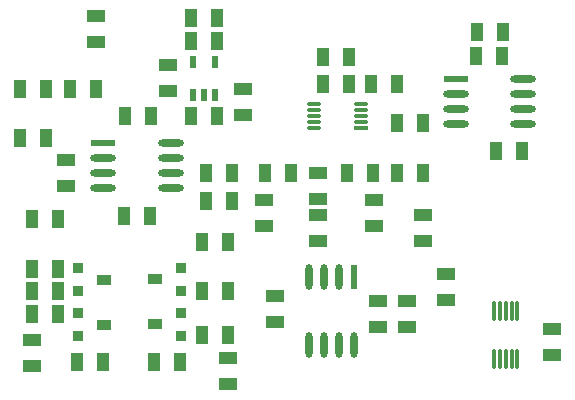
<source format=gbr>
G04 Layer_Color=8421504*
%FSLAX43Y43*%
%MOMM*%
%TF.FileFunction,Paste,Top*%
%TF.Part,Single*%
G01*
G75*
%TA.AperFunction,SMDPad,CuDef*%
%ADD10R,1.100X1.500*%
%ADD11R,1.500X1.100*%
%ADD12O,2.150X0.600*%
%ADD13R,2.150X0.600*%
%ADD14O,0.600X2.150*%
%ADD15R,0.600X2.150*%
%ADD16R,0.600X1.100*%
%ADD17R,0.900X0.900*%
%ADD18R,1.250X0.900*%
%ADD19O,1.300X0.300*%
%ADD20R,1.300X0.300*%
%ADD21O,0.300X1.700*%
D10*
X43518Y27178D02*
D03*
X41318D02*
D03*
X12616Y15748D02*
D03*
X14816D02*
D03*
X29548Y17272D02*
D03*
X27348D02*
D03*
X41486Y19685D02*
D03*
X39286D02*
D03*
X34501D02*
D03*
X32301D02*
D03*
X37254Y27178D02*
D03*
X39454D02*
D03*
X37254Y29464D02*
D03*
X39454D02*
D03*
X51901Y21579D02*
D03*
X54101D02*
D03*
X52408Y29591D02*
D03*
X50208D02*
D03*
X50251Y31623D02*
D03*
X52451D02*
D03*
X26078Y24511D02*
D03*
X28278D02*
D03*
Y30861D02*
D03*
X26078D02*
D03*
Y32766D02*
D03*
X28278D02*
D03*
X14816Y7747D02*
D03*
X12616D02*
D03*
X14816Y11557D02*
D03*
X12616D02*
D03*
X29167Y5969D02*
D03*
X26967D02*
D03*
X16426Y3683D02*
D03*
X18626D02*
D03*
X25103D02*
D03*
X22903D02*
D03*
X14816Y9652D02*
D03*
X12616D02*
D03*
X22563Y16002D02*
D03*
X20363D02*
D03*
X26967Y13843D02*
D03*
X29167D02*
D03*
X11600Y26797D02*
D03*
X13800D02*
D03*
X17991D02*
D03*
X15791D02*
D03*
X13800Y22606D02*
D03*
X11600D02*
D03*
X29167Y9652D02*
D03*
X26967D02*
D03*
X29548Y19685D02*
D03*
X27348D02*
D03*
X20490Y24511D02*
D03*
X22690D02*
D03*
X43477Y19685D02*
D03*
X45677D02*
D03*
Y23876D02*
D03*
X43477D02*
D03*
D11*
X47625Y8933D02*
D03*
Y11133D02*
D03*
X15494Y20819D02*
D03*
Y18619D02*
D03*
X32258Y17399D02*
D03*
Y15199D02*
D03*
X41529Y15156D02*
D03*
Y17356D02*
D03*
X36830Y16086D02*
D03*
Y13886D02*
D03*
Y19642D02*
D03*
Y17442D02*
D03*
X45720Y16086D02*
D03*
Y13886D02*
D03*
X33147Y9228D02*
D03*
Y7028D02*
D03*
X30480Y24554D02*
D03*
Y26754D02*
D03*
X24130Y26586D02*
D03*
Y28786D02*
D03*
X18034Y32977D02*
D03*
Y30777D02*
D03*
X12573Y5545D02*
D03*
Y3345D02*
D03*
X29210Y4021D02*
D03*
Y1821D02*
D03*
X56642Y6434D02*
D03*
Y4234D02*
D03*
X44323Y6647D02*
D03*
Y8847D02*
D03*
X41910D02*
D03*
Y6647D02*
D03*
D12*
X24328Y20950D02*
D03*
X18613Y19680D02*
D03*
Y18410D02*
D03*
X24328D02*
D03*
Y22220D02*
D03*
X18613Y20950D02*
D03*
X24328Y19680D02*
D03*
X54173Y26411D02*
D03*
X48458Y25141D02*
D03*
Y23871D02*
D03*
X54173D02*
D03*
Y27681D02*
D03*
X48458Y26411D02*
D03*
X54173Y25141D02*
D03*
D13*
X18613Y22220D02*
D03*
X48458Y27681D02*
D03*
D14*
X38603Y5136D02*
D03*
X37333Y10851D02*
D03*
X36063D02*
D03*
Y5136D02*
D03*
X39873D02*
D03*
X38603Y10851D02*
D03*
X37333Y5136D02*
D03*
D15*
X39873Y10851D02*
D03*
D16*
X28128Y26289D02*
D03*
X26228D02*
D03*
X27178D02*
D03*
X28128Y29089D02*
D03*
X26228D02*
D03*
D17*
X16453Y5903D02*
D03*
Y7808D02*
D03*
X25203Y7813D02*
D03*
Y5908D02*
D03*
Y11623D02*
D03*
Y9718D02*
D03*
X16453Y9713D02*
D03*
Y11618D02*
D03*
D18*
X18675Y6856D02*
D03*
X22981Y6860D02*
D03*
Y10670D02*
D03*
X18675Y10666D02*
D03*
D19*
X36506Y23511D02*
D03*
Y24011D02*
D03*
X40456Y24511D02*
D03*
Y24011D02*
D03*
X36506Y25011D02*
D03*
Y24511D02*
D03*
Y25511D02*
D03*
X40456Y25011D02*
D03*
Y25511D02*
D03*
D20*
Y23511D02*
D03*
D21*
X53705Y8019D02*
D03*
X53205D02*
D03*
X52705D02*
D03*
X52205D02*
D03*
X51705D02*
D03*
X53705Y3919D02*
D03*
X53205D02*
D03*
X52705D02*
D03*
X52205D02*
D03*
X51705D02*
D03*
%TF.MD5,8dbc7d54811bc626c0e3d0745a0aa576*%
M02*

</source>
